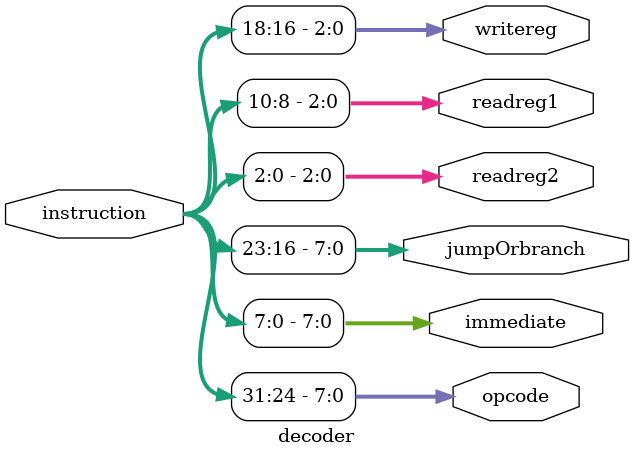
<source format=v>
module decoder(instruction, opcode, immediate, readreg2, readreg1, writereg,jumpOrbranch);
    input [31:0] instruction;
    output reg [7:0] opcode, immediate, jumpOrbranch;
    output reg [2:0] readreg2, readreg1, writereg;


always @ (instruction)
begin
    /*
     opcode bits    31-24
     RD/immediate   23-16 (immediate value for the jump instruction)
     RT bits        15-8
     RS/immediate   7-0 
    */
    #1
    opcode = instruction[31:24];
    writereg = instruction[18:16]; // Adjusting to the correct bits for RD as per updated comment
    readreg1 = instruction[10:8]; // Adjusting to the correct bits for RT
    readreg2 = instruction[2:0]; // Adjusting to the correct bits for RS
    immediate = instruction[7:0]; // Using the least significant 8 bits as immediate
    jumpOrbranch = instruction[23:16]; 
end

endmodule

</source>
